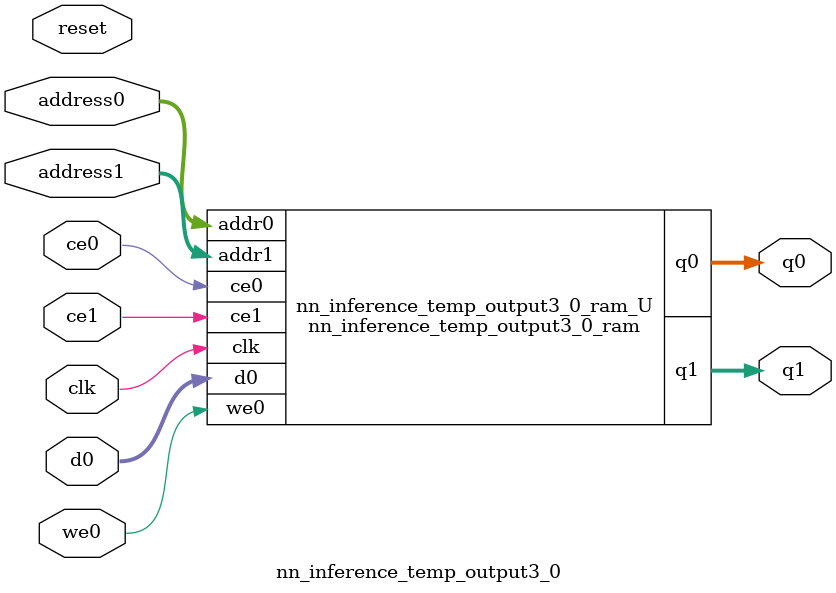
<source format=v>
`timescale 1 ns / 1 ps
module nn_inference_temp_output3_0_ram (addr0, ce0, d0, we0, q0, addr1, ce1, q1,  clk);

parameter DWIDTH = 32;
parameter AWIDTH = 5;
parameter MEM_SIZE = 32;

input[AWIDTH-1:0] addr0;
input ce0;
input[DWIDTH-1:0] d0;
input we0;
output reg[DWIDTH-1:0] q0;
input[AWIDTH-1:0] addr1;
input ce1;
output reg[DWIDTH-1:0] q1;
input clk;

reg [DWIDTH-1:0] ram0[0:MEM_SIZE-1];



always @(posedge clk)  
begin 
    if (ce0) begin
        if (we0) 
            ram0[addr0] <= d0; 
        q0 <= ram0[addr0];
    end
end


always @(posedge clk)  
begin 
    if (ce1) begin
        q1 <= ram0[addr1];
    end
end


endmodule

`timescale 1 ns / 1 ps
module nn_inference_temp_output3_0(
    reset,
    clk,
    address0,
    ce0,
    we0,
    d0,
    q0,
    address1,
    ce1,
    q1);

parameter DataWidth = 32'd32;
parameter AddressRange = 32'd32;
parameter AddressWidth = 32'd5;
input reset;
input clk;
input[AddressWidth - 1:0] address0;
input ce0;
input we0;
input[DataWidth - 1:0] d0;
output[DataWidth - 1:0] q0;
input[AddressWidth - 1:0] address1;
input ce1;
output[DataWidth - 1:0] q1;



nn_inference_temp_output3_0_ram nn_inference_temp_output3_0_ram_U(
    .clk( clk ),
    .addr0( address0 ),
    .ce0( ce0 ),
    .we0( we0 ),
    .d0( d0 ),
    .q0( q0 ),
    .addr1( address1 ),
    .ce1( ce1 ),
    .q1( q1 ));

endmodule


</source>
